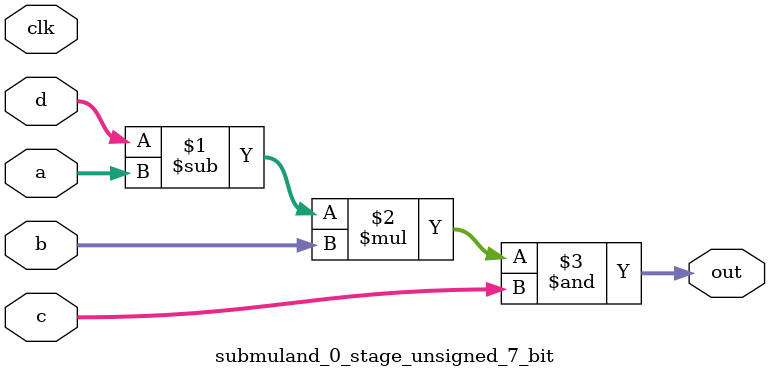
<source format=sv>
(* use_dsp = "yes" *) module submuland_0_stage_unsigned_7_bit(
	input  [6:0] a,
	input  [6:0] b,
	input  [6:0] c,
	input  [6:0] d,
	output [6:0] out,
	input clk);

	assign out = ((d - a) * b) & c;
endmodule

</source>
